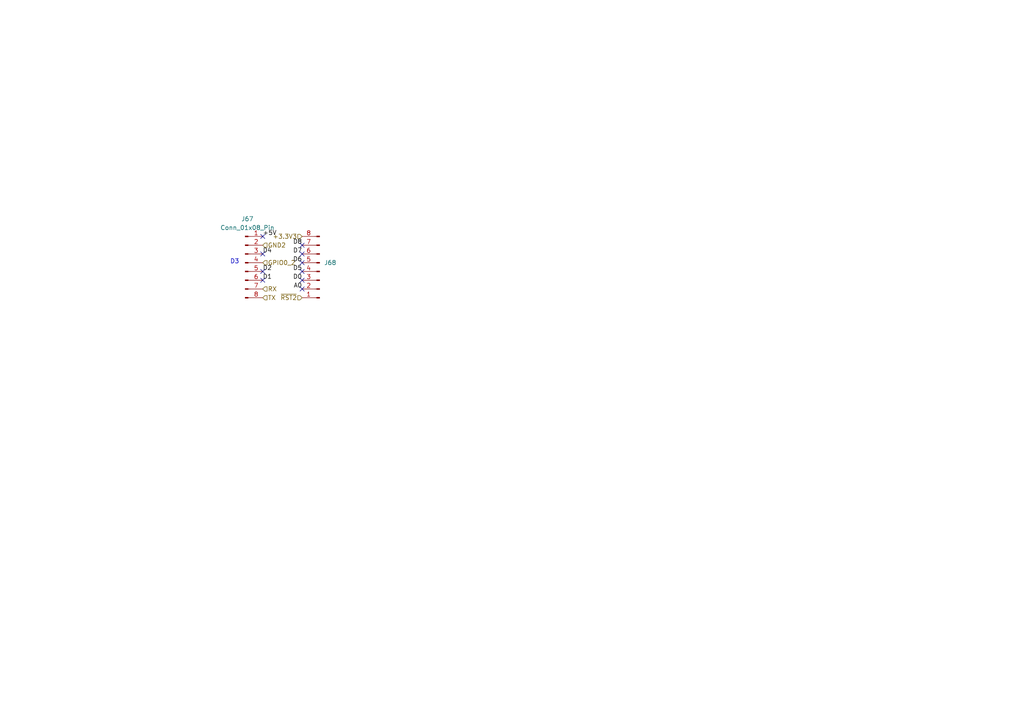
<source format=kicad_sch>
(kicad_sch (version 20231120) (generator "eeschema") (generator_version "8.0")
  (paper "A4")
  (lib_symbols
    (symbol "Connector:Conn_01x08_Pin" (pin_names (offset 1.016) hide)
      (property "Reference" "J" (at 0 10.16 0))
      (property "Value" "Conn_01x08_Pin" (at 0 -12.7 0))
      (symbol "Conn_01x08_Pin_1_1"
        (polyline (pts (xy 1.27 -10.16) (xy 0.8636 -10.16)) (stroke (width 0.1524)))
        (polyline (pts (xy 1.27 -7.62) (xy 0.8636 -7.62)) (stroke (width 0.1524)))
        (polyline (pts (xy 1.27 -5.08) (xy 0.8636 -5.08)) (stroke (width 0.1524)))
        (polyline (pts (xy 1.27 -2.54) (xy 0.8636 -2.54)) (stroke (width 0.1524)))
        (polyline (pts (xy 1.27 0) (xy 0.8636 0)) (stroke (width 0.1524)))
        (polyline (pts (xy 1.27 2.54) (xy 0.8636 2.54)) (stroke (width 0.1524)))
        (polyline (pts (xy 1.27 5.08) (xy 0.8636 5.08)) (stroke (width 0.1524)))
        (polyline (pts (xy 1.27 7.62) (xy 0.8636 7.62)) (stroke (width 0.1524)))
        (rectangle (start 0.8636 -10.033) (end 0 -10.287) (stroke (width 0.1524)) (fill (type outline)))
        (rectangle (start 0.8636 -7.493) (end 0 -7.747) (stroke (width 0.1524)) (fill (type outline)))
        (rectangle (start 0.8636 -4.953) (end 0 -5.207) (stroke (width 0.1524)) (fill (type outline)))
        (rectangle (start 0.8636 -2.413) (end 0 -2.667) (stroke (width 0.1524)) (fill (type outline)))
        (rectangle (start 0.8636 0.127) (end 0 -0.127) (stroke (width 0.1524)) (fill (type outline)))
        (rectangle (start 0.8636 2.667) (end 0 2.413) (stroke (width 0.1524)) (fill (type outline)))
        (rectangle (start 0.8636 5.207) (end 0 4.953) (stroke (width 0.1524)) (fill (type outline)))
        (rectangle (start 0.8636 7.747) (end 0 7.493) (stroke (width 0.1524)) (fill (type outline)))
        (pin passive line (at 5.08 7.62 180) (length 3.81) (name "Pin_1") (number "1"))
        (pin passive line (at 5.08 5.08 180) (length 3.81) (name "Pin_2") (number "2"))
        (pin passive line (at 5.08 2.54 180) (length 3.81) (name "Pin_3") (number "3"))
        (pin passive line (at 5.08 0 180) (length 3.81) (name "Pin_4") (number "4"))
        (pin passive line (at 5.08 -2.54 180) (length 3.81) (name "Pin_5") (number "5"))
        (pin passive line (at 5.08 -5.08 180) (length 3.81) (name "Pin_6") (number "6"))
        (pin passive line (at 5.08 -7.62 180) (length 3.81) (name "Pin_7") (number "7"))
        (pin passive line (at 5.08 -10.16 180) (length 3.81) (name "Pin_8") (number "8"))
      )
    )
  )
  (no_connect (at 87.63 83.82))
  (no_connect (at 87.63 73.66))
  (no_connect (at 87.63 76.2))
  (no_connect (at 87.63 71.12))
  (no_connect (at 87.63 81.28))
  (no_connect (at 76.2 73.66))
  (no_connect (at 76.2 81.28))
  (no_connect (at 76.2 68.58))
  (no_connect (at 76.2 78.74))
  (no_connect (at 87.63 78.74))
  (text "D3" (at 68.072 75.946 0) (effects (font (size 1.27 1.27))))
  (label "D8" (at 87.63 71.12 180))
  (label "+5V" (at 76.2 68.58 0))
  (label "D0" (at 87.63 81.28 180))
  (label "D6" (at 87.63 76.2 180))
  (label "D4" (at 76.2 73.66 0))
  (label "D5" (at 87.63 78.74 180))
  (label "D2" (at 76.2 78.74 0))
  (label "A0" (at 87.63 83.82 180))
  (label "D1" (at 76.2 81.28 0))
  (label "D7" (at 87.63 73.66 180))
  (hierarchical_label "GND2" (shape input) (at 76.2 71.12 0))
  (hierarchical_label "~{RST2}" (shape input) (at 87.63 86.36 180))
  (hierarchical_label "GPIO0_2" (shape input) (at 76.2 76.2 0))
  (hierarchical_label "+3.3V3" (shape input) (at 87.63 68.58 180))
  (hierarchical_label "TX" (shape input) (at 76.2 86.36 0))
  (hierarchical_label "RX" (shape input) (at 76.2 83.82 0))
  (symbol (lib_id "Connector:Conn_01x08_Pin") (at 71.12 76.2 0) (unit 1)
    (property "Reference" "J67" (at 71.755 63.5 0))
    (property "Value" "Conn_01x08_Pin" (at 71.755 66.04 0))
    (property "Footprint" "Connector_PinHeader_2.54mm:PinHeader_1x08_P2.54mm_Vertical" (effects (hide yes)))
    (property "Description" "Generic connector, single row, 01x08, script generated" (effects (hide yes)))
  )
  (symbol (lib_id "Connector:Conn_01x08_Pin") (at 92.71 78.74 180) (unit 1)
    (property "Reference" "J68" (at 93.98 76.1999 0) (effects (justify right)))
    (property "Value" "Conn_01x08_Pin" (effects (hide yes)))
    (property "Footprint" "Connector_PinHeader_2.54mm:PinHeader_1x08_P2.54mm_Vertical" (effects (hide yes)))
    (property "Description" "Generic connector, single row, 01x08, script generated" (effects (hide yes)))
  )
)
</source>
